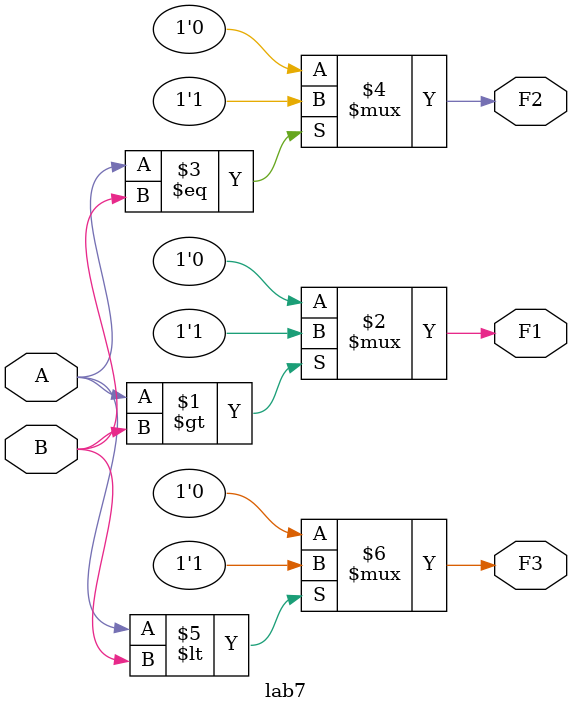
<source format=v>
`timescale 1ns/1ps

module lab7(A,B,F1,F2,F3);
input A,B;
output F1,F2,F3;

assign F1=(A>B)? 1'b1:1'b0;
assign F2=(A==B)? 1'b1:1'b0;
assign F3=(A<B)? 1'b1:1'b0;
    
    
endmodule
</source>
